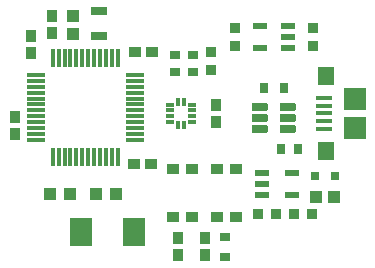
<source format=gbr>
G04*
G04 #@! TF.GenerationSoftware,Altium Limited,Altium Designer,23.3.1 (30)*
G04*
G04 Layer_Color=8421504*
%FSLAX44Y44*%
%MOMM*%
G71*
G04*
G04 #@! TF.SameCoordinates,607B9DED-B9D6-4049-9DE7-3198A38A4F88*
G04*
G04*
G04 #@! TF.FilePolarity,Positive*
G04*
G01*
G75*
%ADD16R,0.9700X1.0400*%
G04:AMPARAMS|DCode=17|XSize=0.28mm|YSize=1.56mm|CornerRadius=0.042mm|HoleSize=0mm|Usage=FLASHONLY|Rotation=180.000|XOffset=0mm|YOffset=0mm|HoleType=Round|Shape=RoundedRectangle|*
%AMROUNDEDRECTD17*
21,1,0.2800,1.4760,0,0,180.0*
21,1,0.1960,1.5600,0,0,180.0*
1,1,0.0840,-0.0980,0.7380*
1,1,0.0840,0.0980,0.7380*
1,1,0.0840,0.0980,-0.7380*
1,1,0.0840,-0.0980,-0.7380*
%
%ADD17ROUNDEDRECTD17*%
G04:AMPARAMS|DCode=18|XSize=0.28mm|YSize=1.56mm|CornerRadius=0.042mm|HoleSize=0mm|Usage=FLASHONLY|Rotation=270.000|XOffset=0mm|YOffset=0mm|HoleType=Round|Shape=RoundedRectangle|*
%AMROUNDEDRECTD18*
21,1,0.2800,1.4760,0,0,270.0*
21,1,0.1960,1.5600,0,0,270.0*
1,1,0.0840,-0.7380,-0.0980*
1,1,0.0840,-0.7380,0.0980*
1,1,0.0840,0.7380,0.0980*
1,1,0.0840,0.7380,-0.0980*
%
%ADD18ROUNDEDRECTD18*%
%ADD19R,1.0400X0.9700*%
%ADD20R,1.2600X0.5800*%
G04:AMPARAMS|DCode=21|XSize=1.36mm|YSize=0.6mm|CornerRadius=0.045mm|HoleSize=0mm|Usage=FLASHONLY|Rotation=180.000|XOffset=0mm|YOffset=0mm|HoleType=Round|Shape=RoundedRectangle|*
%AMROUNDEDRECTD21*
21,1,1.3600,0.5100,0,0,180.0*
21,1,1.2700,0.6000,0,0,180.0*
1,1,0.0900,-0.6350,0.2550*
1,1,0.0900,0.6350,0.2550*
1,1,0.0900,0.6350,-0.2550*
1,1,0.0900,-0.6350,-0.2550*
%
%ADD21ROUNDEDRECTD21*%
%ADD22R,0.9700X0.9200*%
%ADD23R,1.0200X1.0400*%
%ADD24R,0.8000X0.8000*%
%ADD25R,1.4478X0.7620*%
%ADD26R,1.0400X1.0200*%
%ADD27R,1.0000X0.9000*%
%ADD28R,0.6500X0.9000*%
%ADD29R,1.2700X0.5588*%
%ADD30R,0.9000X0.6500*%
G04:AMPARAMS|DCode=31|XSize=0.93mm|YSize=0.93mm|CornerRadius=0.2325mm|HoleSize=0mm|Usage=FLASHONLY|Rotation=180.000|XOffset=0mm|YOffset=0mm|HoleType=Round|Shape=RoundedRectangle|*
%AMROUNDEDRECTD31*
21,1,0.9300,0.4650,0,0,180.0*
21,1,0.4650,0.9300,0,0,180.0*
1,1,0.4650,-0.2325,0.2325*
1,1,0.4650,0.2325,0.2325*
1,1,0.4650,0.2325,-0.2325*
1,1,0.4650,-0.2325,-0.2325*
%
%ADD31ROUNDEDRECTD31*%
%ADD32R,0.9300X0.7900*%
%ADD33R,0.7000X0.3000*%
%ADD34R,0.3000X0.7000*%
%ADD35R,1.9000X1.9000*%
%ADD36R,1.4000X1.6000*%
%ADD37R,1.3500X0.4000*%
%ADD38R,0.7900X0.9300*%
%ADD39R,1.9000X2.4000*%
%ADD40R,1.1000X1.0000*%
D16*
X283210Y261260D02*
D03*
Y246740D02*
D03*
X113030Y236580D02*
D03*
Y251100D02*
D03*
X251460Y148230D02*
D03*
Y133710D02*
D03*
X127000Y305160D02*
D03*
Y319680D02*
D03*
X144780Y321670D02*
D03*
Y336190D02*
D03*
X274320Y133710D02*
D03*
Y148230D02*
D03*
D17*
X145220Y300880D02*
D03*
X150220D02*
D03*
X155220D02*
D03*
X160220D02*
D03*
X165220D02*
D03*
X170220D02*
D03*
X175220D02*
D03*
X180220D02*
D03*
X185220D02*
D03*
X190220D02*
D03*
X195220D02*
D03*
X200220D02*
D03*
Y217280D02*
D03*
X195220D02*
D03*
X190220D02*
D03*
X185220D02*
D03*
X180220D02*
D03*
X175220D02*
D03*
X170220D02*
D03*
X165220D02*
D03*
X160220D02*
D03*
X155220D02*
D03*
X150220D02*
D03*
X145220D02*
D03*
D18*
X214520Y286580D02*
D03*
Y281580D02*
D03*
Y276580D02*
D03*
Y271580D02*
D03*
Y266580D02*
D03*
Y261580D02*
D03*
Y256580D02*
D03*
Y251580D02*
D03*
Y246580D02*
D03*
Y241580D02*
D03*
Y236580D02*
D03*
Y231580D02*
D03*
X130920D02*
D03*
Y236580D02*
D03*
Y241580D02*
D03*
Y246580D02*
D03*
Y251580D02*
D03*
Y256580D02*
D03*
Y261580D02*
D03*
Y266580D02*
D03*
Y271580D02*
D03*
Y276580D02*
D03*
Y281580D02*
D03*
Y286580D02*
D03*
D19*
X214990Y306070D02*
D03*
X229510D02*
D03*
X213720Y210820D02*
D03*
X228240D02*
D03*
D20*
X344490Y309270D02*
D03*
Y318770D02*
D03*
Y328270D02*
D03*
X320990D02*
D03*
Y309270D02*
D03*
D21*
X344490Y240690D02*
D03*
Y250190D02*
D03*
Y259690D02*
D03*
X320990D02*
D03*
Y250190D02*
D03*
Y240690D02*
D03*
D22*
X299720Y326520D02*
D03*
Y311020D02*
D03*
X365760Y326520D02*
D03*
Y311020D02*
D03*
X279400Y290700D02*
D03*
Y306200D02*
D03*
D23*
X162560Y336280D02*
D03*
Y321580D02*
D03*
D24*
X384170Y200660D02*
D03*
X367670D02*
D03*
D25*
X184150Y340868D02*
D03*
Y319532D02*
D03*
D26*
X368369Y182832D02*
D03*
X383069D02*
D03*
D27*
X300100Y166190D02*
D03*
Y207190D02*
D03*
X284100D02*
D03*
Y166190D02*
D03*
X262861Y166270D02*
D03*
Y207270D02*
D03*
X246861D02*
D03*
Y166270D02*
D03*
D28*
X352690Y223520D02*
D03*
X338190D02*
D03*
D29*
X322326Y203708D02*
D03*
Y194310D02*
D03*
Y184912D02*
D03*
X348234D02*
D03*
Y203708D02*
D03*
D30*
X264160Y288660D02*
D03*
Y303160D02*
D03*
X248920Y288660D02*
D03*
Y303160D02*
D03*
D31*
X364370Y168910D02*
D03*
X349370D02*
D03*
X318890D02*
D03*
X333890D02*
D03*
D32*
X290830Y149170D02*
D03*
Y132770D02*
D03*
D33*
X244500Y261500D02*
D03*
Y256500D02*
D03*
Y251500D02*
D03*
Y246500D02*
D03*
X263500D02*
D03*
Y251500D02*
D03*
Y256500D02*
D03*
Y261500D02*
D03*
D34*
X251500Y244500D02*
D03*
X256500D02*
D03*
Y263500D02*
D03*
X251500D02*
D03*
D35*
X401400Y266000D02*
D03*
Y242000D02*
D03*
D36*
X376900Y286000D02*
D03*
Y222000D02*
D03*
D37*
X374650Y267000D02*
D03*
Y260500D02*
D03*
Y254000D02*
D03*
Y247500D02*
D03*
Y241000D02*
D03*
D38*
X324540Y275590D02*
D03*
X340940D02*
D03*
D39*
X169270Y153670D02*
D03*
X214270D02*
D03*
D40*
X182000Y185420D02*
D03*
X199000D02*
D03*
X159630D02*
D03*
X142630D02*
D03*
M02*

</source>
